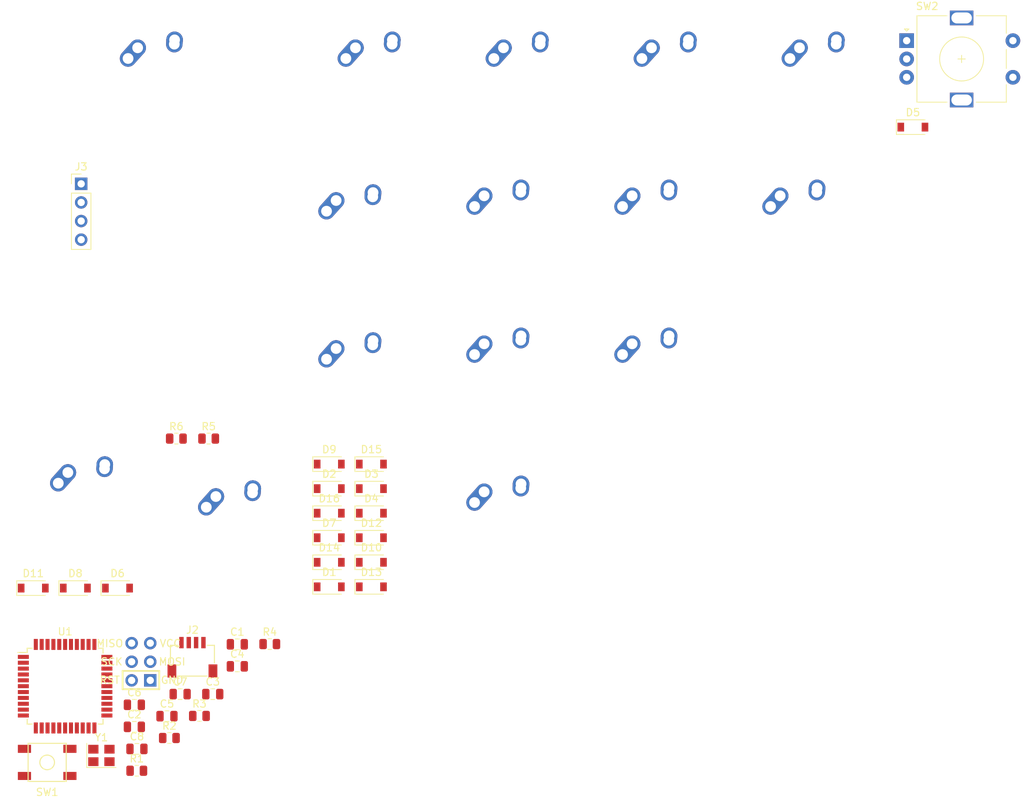
<source format=kicad_pcb>
(kicad_pcb (version 20211014) (generator pcbnew)
  (layers (0 "F.Cu" signal) (31 "B.Cu" signal) (34 "B.Paste" user) (35 "F.Paste" user) (36 "B.SilkS" user "B.Silkscreen") (37 "F.SilkS" user "F.Silkscreen") (38 "B.Mask" user) (39 "F.Mask" user) (44 "Edge.Cuts" user))
  (net 0 "")
  (net 1 "XTAL1")
  (net 2 "GND")
  (net 3 "XTAL2")
  (net 4 "+5V")
  (net 5 "Net-(C6-Pad1)")
  (net 6 "ROW0")
  (net 7 "Net-(D1-Pad2)")
  (net 8 "ROW1")
  (net 9 "Net-(D2-Pad2)")
  (net 10 "ROW2")
  (net 11 "Net-(D3-Pad2)")
  (net 12 "ROW3")
  (net 13 "Net-(D4-Pad2)")
  (net 14 "Net-(D5-Pad2)")
  (net 15 "Net-(D6-Pad2)")
  (net 16 "Net-(D7-Pad2)")
  (net 17 "Net-(D8-Pad2)")
  (net 18 "Net-(D9-Pad2)")
  (net 19 "Net-(D10-Pad2)")
  (net 20 "Net-(D11-Pad2)")
  (net 21 "Net-(D12-Pad2)")
  (net 22 "Net-(D13-Pad2)")
  (net 23 "Net-(D14-Pad2)")
  (net 24 "Net-(D15-Pad2)")
  (net 25 "Net-(D16-Pad2)")
  (net 26 "MISO")
  (net 27 "SCK")
  (net 28 "MOSI")
  (net 29 "RESET")
  (net 30 "D+")
  (net 31 "D-")
  (net 32 "OLED1")
  (net 33 "OLED2")
  (net 34 "COL0")
  (net 35 "COL1")
  (net 36 "COL2")
  (net 37 "COL3")
  (net 38 "Net-(R2-Pad1)")
  (net 39 "Net-(R3-Pad1)")
  (net 40 "Net-(R4-Pad2)")
  (net 41 "CLK")
  (net 42 "DT")
  (footprint "Resistor_SMD:R_0805_2012Metric" (layer "F.Cu") (at 122.338 144.527)
    (fp_text reference "R3" (at 0 -1.65) (layer "F.SilkS"))
    (fp_text value "22")
    (fp_line (start -0.227064 0.735) (end 0.227064 0.735) (layer "F.SilkS") (width 0.12))
    (fp_line (start -0.227064 -0.735) (end 0.227064 -0.735) (layer "F.SilkS") (width 0.12))
    (pad "1" smd roundrect (at -0.9125 0) (size 1.025 1.4) (layers "F.Cu" "F.Paste" "F.Mask") (roundrect_rratio 0.243902) (net 39 "Net-(R3-Pad1)"))
    (pad "2" smd roundrect (at 0.9125 0) (size 1.025 1.4) (layers "F.Cu" "F.Paste" "F.Mask") (roundrect_rratio 0.243902) (net 30 "D+"))
  )
  (footprint "Diode_SMD:D_SOD-123" (layer "F.Cu") (at 145.808 113.507)
    (fp_text reference "D3" (at 0 -2) (layer "F.SilkS"))
    (fp_text value "D_Small")
    (fp_line (start -2.25 -1) (end 1.65 -1) (layer "F.SilkS") (width 0.12))
    (fp_line (start -2.25 1) (end 1.65 1) (layer "F.SilkS") (width 0.12))
    (fp_line (start -2.25 -1) (end -2.25 1) (layer "F.SilkS") (width 0.12))
    (pad "1" smd rect (at -1.65 0) (size 0.9 1.2) (layers "F.Cu" "F.Paste" "F.Mask") (net 10 "ROW2"))
    (pad "2" smd rect (at 1.65 0) (size 0.9 1.2) (layers "F.Cu" "F.Paste" "F.Mask") (net 11 "Net-(D3-Pad2)"))
  )
  (footprint "Diode_SMD:D_SOD-123" (layer "F.Cu") (at 145.808 116.857)
    (fp_text reference "D4" (at 0 -2) (layer "F.SilkS"))
    (fp_text value "D_Small")
    (fp_line (start -2.25 -1) (end 1.65 -1) (layer "F.SilkS") (width 0.12))
    (fp_line (start -2.25 -1) (end -2.25 1) (layer "F.SilkS") (width 0.12))
    (fp_line (start -2.25 1) (end 1.65 1) (layer "F.SilkS") (width 0.12))
    (pad "1" smd rect (at -1.65 0) (size 0.9 1.2) (layers "F.Cu" "F.Paste" "F.Mask") (net 12 "ROW3"))
    (pad "2" smd rect (at 1.65 0) (size 0.9 1.2) (layers "F.Cu" "F.Paste" "F.Mask") (net 13 "Net-(D4-Pad2)"))
  )
  (footprint "random-keyboard-parts:Reset_Pretty-Mask" (layer "F.Cu") (at 114.358 137.132)
    (fp_text reference "J1")
    (fp_text value "AVR-ISP-6")
    (fp_text user "SCK" (at -4 0) (layer "F.SilkS"))
    (fp_text user "MOSI" (at 4.25 0) (layer "F.SilkS"))
    (fp_text user "VCC" (at 4 -2.5) (layer "F.SilkS"))
    (fp_text user "RST" (at -4.25 2.5) (layer "F.SilkS"))
    (fp_text user "MISO" (at -4.25 -2.5) (layer "F.SilkS"))
    (fp_text user "GND" (at 4.25 2.5) (layer "F.SilkS"))
    (fp_line (start -2.5 1.25) (end 2.5 1.25) (layer "F.SilkS") (width 0.25))
    (fp_line (start 2.5 1.25) (end 2.5 3.75) (layer "F.SilkS") (width 0.25))
    (fp_line (start -2.5 3.75) (end -2.5 1.25) (layer "F.SilkS") (width 0.25))
    (fp_line (start 2.5 3.75) (end -2.5 3.75) (layer "F.SilkS") (width 0.25))
    (pad "1" thru_hole circle locked (at -1.27 -2.54) (size 1.7 1.7) (drill 1) (layers *.Cu "F.Mask") (net 26 "MISO"))
    (pad "2" thru_hole circle locked (at 1.27 -2.54) (size 1.7 1.7) (drill 1) (layers *.Cu "F.Mask") (net 4 "+5V"))
    (pad "3" thru_hole circle locked (at -1.27 0) (size 1.7 1.7) (drill 1) (layers *.Cu "F.Mask") (net 27 "SCK"))
    (pad "4" thru_hole circle locked (at 1.27 0) (size 1.7 1.7) (drill 1) (layers *.Cu "F.Mask") (net 28 "MOSI"))
    (pad "5" thru_hole circle locked (at -1.27 2.54) (size 1.7 1.7) (drill 1) (layers *.Cu "F.Mask") (net 29 "RESET"))
    (pad "6" thru_hole rect locked (at 1.27 2.54) (size 1.7 1.7) (drill 1) (layers *.Cu "F.Mask") (net 2 "GND"))
  )
  (footprint "MX_Alps_Hybrid:MX-1U-NoLED" (layer "F.Cu") (at 183.893 77.542)
    (fp_text reference "MX14")
    (fp_text value "#4b")
    (pad "" np_thru_hole circle locked (at 0 0) (size 3.9878 3.9878) (drill 3.9878) (layers *.Cu *.Mask))
    (pad "" np_thru_hole circle locked (at 5.08 0 48.0996) (size 1.75 1.75) (drill 1.75) (layers *.Cu *.Mask))
    (pad "" np_thru_hole circle locked (at -5.08 0 48.0996) (size 1.75 1.75) (drill 1.75) (layers *.Cu *.Mask))
    (pad "1" thru_hole oval locked (at -3.81 -2.54 48.0996) (size 4.211556 2.25) (drill 1.47 (offset 0.980778 0)) (layers *.Cu "B.Mask") (net 37 "COL3"))
    (pad "1" thru_hole circle locked (at -2.5 -4) (size 2.25 2.25) (drill 1.47) (layers *.Cu "B.Mask") (net 37 "COL3"))
    (pad "2" thru_hole circle locked (at 2.54 -5.08) (size 2.25 2.25) (drill 1.47) (layers *.Cu "B.Mask") (net 23 "Net-(D14-Pad2)"))
    (pad "2" thru_hole oval locked (at 2.5 -4.5 86.0548) (size 2.831378 2.25) (drill 1.47 (offset 0.290689 0)) (layers *.Cu "B.Mask") (net 23 "Net-(D14-Pad2)"))
  )
  (footprint "Capacitor_SMD:C_0805_2012Metric" (layer "F.Cu") (at 127.508 137.757)
    (fp_text reference "C4" (at 0 -1.68) (layer "F.SilkS"))
    (fp_text value "0.1uF")
    (fp_line (start -0.261252 0.735) (end 0.261252 0.735) (layer "F.SilkS") (width 0.12))
    (fp_line (start -0.261252 -0.735) (end 0.261252 -0.735) (layer "F.SilkS") (width 0.12))
    (pad "1" smd roundrect (at -0.95 0) (size 1 1.45) (layers "F.Cu" "F.Paste" "F.Mask") (net 4 "+5V"))
    (pad "2" smd roundrect (at 0.95 0) (size 1 1.45) (layers "F.Cu" "F.Paste" "F.Mask") (net 2 "GND"))
  )
  (footprint "Diode_SMD:D_SOD-123" (layer "F.Cu") (at 105.408 127.077)
    (fp_text reference "D8" (at 0 -2) (layer "F.SilkS"))
    (fp_text value "D_Small")
    (fp_line (start -2.25 1) (end 1.65 1) (layer "F.SilkS") (width 0.12))
    (fp_line (start -2.25 -1) (end -2.25 1) (layer "F.SilkS") (width 0.12))
    (fp_line (start -2.25 -1) (end 1.65 -1) (layer "F.SilkS") (width 0.12))
    (pad "1" smd rect (at -1.65 0) (size 0.9 1.2) (layers "F.Cu" "F.Paste" "F.Mask") (net 12 "ROW3"))
    (pad "2" smd rect (at 1.65 0) (size 0.9 1.2) (layers "F.Cu" "F.Paste" "F.Mask") (net 17 "Net-(D8-Pad2)"))
  )
  (footprint "MX_Alps_Hybrid:MX-1U-NoLED" (layer "F.Cu") (at 163.693 77.542)
    (fp_text reference "MX1")
    (fp_text value "#1")
    (pad "" np_thru_hole circle locked (at 5.08 0 48.0996) (size 1.75 1.75) (drill 1.75) (layers *.Cu *.Mask))
    (pad "" np_thru_hole circle locked (at 0 0) (size 3.9878 3.9878) (drill 3.9878) (layers *.Cu *.Mask))
    (pad "" np_thru_hole circle locked (at -5.08 0 48.0996) (size 1.75 1.75) (drill 1.75) (layers *.Cu *.Mask))
    (pad "1" thru_hole circle locked (at -2.5 -4) (size 2.25 2.25) (drill 1.47) (layers *.Cu "B.Mask") (net 34 "COL0"))
    (pad "1" thru_hole oval locked (at -3.81 -2.54 48.0996) (size 4.211556 2.25) (drill 1.47 (offset 0.980778 0)) (layers *.Cu "B.Mask") (net 34 "COL0"))
    (pad "2" thru_hole circle locked (at 2.54 -5.08) (size 2.25 2.25) (drill 1.47) (layers *.Cu "B.Mask") (net 7 "Net-(D1-Pad2)"))
    (pad "2" thru_hole oval locked (at 2.5 -4.5 86.0548) (size 2.831378 2.25) (drill 1.47 (offset 0.290689 0)) (layers *.Cu "B.Mask") (net 7 "Net-(D1-Pad2)"))
  )
  (footprint "MX_Alps_Hybrid:MX-1U-NoLED" (layer "F.Cu") (at 143.493 98.382)
    (fp_text reference "MX7")
    (fp_text value "#2c")
    (pad "" np_thru_hole circle locked (at -5.08 0 48.0996) (size 1.75 1.75) (drill 1.75) (layers *.Cu *.Mask))
    (pad "" np_thru_hole circle locked (at 0 0) (size 3.9878 3.9878) (drill 3.9878) (layers *.Cu *.Mask))
    (pad "" np_thru_hole circle locked (at 5.08 0 48.0996) (size 1.75 1.75) (drill 1.75) (layers *.Cu *.Mask))
    (pad "1" thru_hole circle locked (at -2.5 -4) (size 2.25 2.25) (drill 1.47) (layers *.Cu "B.Mask") (net 35 "COL1"))
    (pad "1" thru_hole oval locked (at -3.81 -2.54 48.0996) (size 4.211556 2.25) (drill 1.47 (offset 0.980778 0)) (layers *.Cu "B.Mask") (net 35 "COL1"))
    (pad "2" thru_hole circle locked (at 2.54 -5.08) (size 2.25 2.25) (drill 1.47) (layers *.Cu "B.Mask") (net 16 "Net-(D7-Pad2)"))
    (pad "2" thru_hole oval locked (at 2.5 -4.5 86.0548) (size 2.831378 2.25) (drill 1.47 (offset 0.290689 0)) (layers *.Cu "B.Mask") (net 16 "Net-(D7-Pad2)"))
  )
  (footprint "MX_Alps_Hybrid:MX-1U-NoLED" (layer "F.Cu") (at 163.693 97.742)
    (fp_text reference "MX13")
    (fp_text value "#4")
    (pad "" np_thru_hole circle locked (at -5.08 0 48.0996) (size 1.75 1.75) (drill 1.75) (layers *.Cu *.Mask))
    (pad "" np_thru_hole circle locked (at 0 0) (size 3.9878 3.9878) (drill 3.9878) (layers *.Cu *.Mask))
    (pad "" np_thru_hole circle locked (at 5.08 0 48.0996) (size 1.75 1.75) (drill 1.75) (layers *.Cu *.Mask))
    (pad "1" thru_hole circle locked (at -2.5 -4) (size 2.25 2.25) (drill 1.47) (layers *.Cu "B.Mask") (net 37 "COL3"))
    (pad "1" thru_hole oval locked (at -3.81 -2.54 48.0996) (size 4.211556 2.25) (drill 1.47 (offset 0.980778 0)) (layers *.Cu "B.Mask") (net 37 "COL3"))
    (pad "2" thru_hole circle locked (at 2.54 -5.08) (size 2.25 2.25) (drill 1.47) (layers *.Cu "B.Mask") (net 22 "Net-(D13-Pad2)"))
    (pad "2" thru_hole oval locked (at 2.5 -4.5 86.0548) (size 2.831378 2.25) (drill 1.47 (offset 0.290689 0)) (layers *.Cu "B.Mask") (net 22 "Net-(D13-Pad2)"))
  )
  (footprint "Package_QFP:TQFP-44_10x10mm_P0.8mm" (layer "F.Cu") (at 104.008 140.467)
    (fp_text reference "U1" (at 0 -7.45) (layer "F.SilkS"))
    (fp_text value "ATmega32U4-A")
    (fp_line (start 5.175 5.175) (end 5.175 4.5) (layer "F.SilkS") (width 0.15))
    (fp_line (start -5.175 5.175) (end -4.5 5.175) (layer "F.SilkS") (width 0.15))
    (fp_line (start -5.175 5.175) (end -5.175 4.5) (layer "F.SilkS") (width 0.15))
    (fp_line (start -5.175 -5.175) (end -5.175 -4.6) (layer "F.SilkS") (width 0.15))
    (fp_line (start -5.175 -4.6) (end -6.45 -4.6) (layer "F.SilkS") (width 0.15))
    (fp_line (start 5.175 -5.175) (end 4.5 -5.175) (layer "F.SilkS") (width 0.15))
    (fp_line (start -5.175 -5.175) (end -4.5 -5.175) (layer "F.SilkS") (width 0.15))
    (fp_line (start 5.175 5.175) (end 4.5 5.175) (layer "F.SilkS") (width 0.15))
    (fp_line (start 5.175 -5.175) (end 5.175 -4.5) (layer "F.SilkS") (width 0.15))
    (pad "1" smd rect (at -5.7 -4) (size 1.5 0.55) (layers "F.Cu" "F.Paste" "F.Mask"))
    (pad "2" smd rect (at -5.7 -3.2) (size 1.5 0.55) (layers "F.Cu" "F.Paste" "F.Mask") (net 4 "+5V"))
    (pad "3" smd rect (at -5.7 -2.4) (size 1.5 0.55) (layers "F.Cu" "F.Paste" "F.Mask") (net 38 "Net-(R2-Pad1)"))
    (pad "4" smd rect (at -5.7 -1.6) (size 1.5 0.55) (layers "F.Cu" "F.Paste" "F.Mask") (net 39 "Net-(R3-Pad1)"))
    (pad "5" smd rect (at -5.7 -0.8) (size 1.5 0.55) (layers "F.Cu" "F.Paste" "F.Mask") (net 2 "GND"))
    (pad "6" smd rect (at -5.7 0) (size 1.5 0.55) (layers "F.Cu" "F.Paste" "F.Mask") (net 5 "Net-(C6-Pad1)"))
    (pad "7" smd rect (at -5.7 0.8) (size 1.5 0.55) (layers "F.Cu" "F.Paste" "F.Mask") (net 4 "+5V"))
    (pad "8" smd rect (at -5.7 1.6) (size 1.5 0.55) (layers "F.Cu" "F.Paste" "F.Mask") (net 34 "COL0"))
    (pad "9" smd rect (at -5.7 2.4) (size 1.5 0.55) (layers "F.Cu" "F.Paste" "F.Mask") (net 27 "SCK"))
    (pad "10" smd rect (at -5.7 3.2) (size 1.5 0.55) (layers "F.Cu" "F.Paste" "F.Mask") (net 28 "MOSI"))
    (pad "11" smd rect (at -5.7 4) (size 1.5 0.55) (layers "F.Cu" "F.Paste" "F.Mask") (net 26 "MISO"))
    (pad "12" smd rect (at -4 5.7 90) (size 1.5 0.55) (layers "F.Cu" "F.Paste" "F.Mask") (net 33 "OLED2"))
    (pad "13" smd rect (at -3.2 5.7 90) (size 1.5 0.55) (layers "F.Cu" "F.Paste" "F.Mask") (net 29 "RESET"))
    (pad "14" smd rect (at -2.4 5.7 90) (size 1.5 0.55) (layers "F.Cu" "F.Paste" "F.Mask") (net 4 "+5V"))
    (pad "15" smd rect (at -1.6 5.7 90) (size 1.5 0.55) (layers "F.Cu" "F.Paste" "F.Mask") (net 2 "GND"))
    (pad "16" smd rect (at -0.8 5.7 90) (size 1.5 0.55) (layers "F.Cu" "F.Paste" "F.Mask") (net 3 "XTAL2"))
    (pad "17" smd rect (at 0 5.7 90) (size 1.5 0.55) (layers "F.Cu" "F.Paste" "F.Mask") (net 1 "XTAL1"))
    (pad "18" smd rect (at 0.8 5.7 90) (size 1.5 0.55) (layers "F.Cu" "F.Paste" "F.Mask") (net 6 "ROW0"))
    (pad "19" smd rect (at 1.6 5.7 90) (size 1.5 0.55) (layers "F.Cu" "F.Paste" "F.Mask") (net 8 "ROW1"))
    (pad "20" smd rect (at 2.4 5.7 90) (size 1.5 0.55) (layers "F.Cu" "F.Paste" "F.Mask") (net 10 "ROW2"))
    (pad "21" smd rect (at 3.2 5.7 90) (size 1.5 0.55) (layers "F.Cu" "F.Paste" "F.Mask") (net 12 "ROW3"))
    (pad "22" smd rect (at 4 5.7 90) (size 1.5 0.55) (layers "F.Cu" "F.Paste" "F.Mask"))
    (pad "23" smd rect (at 5.7 4) (size 1.5 0.55) (layers "F.Cu" "F.Paste" "F.Mask") (net 2 "GND"))
    (pad "24" smd rect (at 5.7 3.2) (size 1.5 0.55) (layers "F.Cu" "F.Paste" "F.Mask") (net 4 "+5V"))
    (pad "25" smd rect (at 5.7 2.4) (size 1.5 0.55) (layers "F.Cu" "F.Paste" "F.Mask"))
    (pad "26" smd rect (at 5.7 1.6) (size 1.5 0.55) (layers "F.Cu" "F.Paste" "F.Mask"))
    (pad "27" smd rect (at 5.7 0.8) (size 1.5 0.55) (layers "F.Cu" "F.Paste" "F.Mask"))
    (pad "28" smd rect (at 5.7 0) (size 1.5 0.55) (layers "F.Cu" "F.Paste" "F.Mask") (net 42 "DT"))
    (pad "29" smd rect (at 5.7 -0.8) (size 1.5 0.55) (layers "F.Cu" "F.Paste" "F.Mask") (net 41 "CLK"))
    (pad "30" smd rect (at 5.7 -1.6) (size 1.5 0.55) (layers "F.Cu" "F.Paste" "F.Mask") (net 32 "OLED1"))
    (pad "31" smd rect (at 5.7 -2.4) (size 1.5 0.55) (layers "F.Cu" "F.Paste" "F.Mask") (net 36 "COL2"))
    (pad "32" smd rect (at 5.7 -3.2) (size 1.5 0.55) (layers "F.Cu" "F.Paste" "F.Mask") (net 37 "COL3"))
    (pad "33" smd rect (at 5.7 -4) (size 1.5 0.55) (layers "F.Cu" "F.Paste" "F.Mask") (net 40 "Net-(R4-Pad2)"))
    (pad "34" smd rect (at 4 -5.7 90) (size 1.5 0.55) (layers "F.Cu" "F.Paste" "F.Mask") (net 4 "+5V"))
    (pad "35" smd rect (at 3.2 -5.7 90) (size 1.5 0.55) (layers "F.Cu" "F.Paste" "F.Mask") (net 2 "GND"))
    (pad "36" smd rect (at 2.4 -5.7 90) (size 1.5 0.55) (layers "F.Cu" "F.Paste" "F.Mask") (net 35 "COL1"))
    (pad "37" smd rect (at 1.6 -5.7 90) (size 1.5 0.55) (layers "F.Cu" "F.Paste" "F.Mask"))
    (pad "38" smd rect (at 0.8 -5.7 90) (size 1.5 0.55) (layers "F.Cu" "F.Paste" "F.Mask"))
    (pad "39" smd rect (at 0 -5.7 90) (size 1.5 0.55) (layers "F.Cu" "F.Paste" "F.Mask"))
    (pad "40" smd rect (at -0.8 -5.7 90) (size 1.5 0.55) (layers "F.Cu" "F.Paste" "F.Mask"))
    (pad "41" smd rect (at -1.6 -5.7 90) (size 1.5 0.55) (layers "F.Cu" "F.Paste" "F.Mask"))
    (pad "42" smd rect (at -2.4 -5.7 90) (size 1.5 0.55) (layers "F.Cu" "F.Paste" "F.Mask"))
    (pad "43" smd rect (at -3.2 -5.7 90) (size 1.5 0.55) (layers "F.Cu" "F.Paste" "F.Mask") (net 2 "GND"))
    (pad "44" smd rect (at -4 -5.7 90) (size 1.5 0.55) (layers "F.Cu" "F.Paste" "F.Mask") (net 4 "+5V"))
  )
  (footprint "Resistor_SMD:R_0805_2012Metric" (layer "F.Cu") (at 131.938 134.717)
    (fp_text reference "R4" (at 0 -1.65) (layer "F.SilkS"))
    (fp_text value "10k")
    (fp_line (start -0.227064 -0.735) (end 0.227064 -0.735) (layer "F.SilkS") (width 0.12))
    (fp_line (start -0.227064 0.735) (end 0.227064 0.735) (layer "F.SilkS") (width 0.12))
    (pad "1" smd roundrect (at -0.9125 0) (size 1.025 1.4) (layers "F.Cu" "F.Paste" "F.Mask") (roundrect_rratio 0.243902) (net 2 "GND"))
    (pad "2" smd roundrect (at 0.9125 0) (size 1.025 1.4) (layers "F.Cu" "F.Paste" "F.Mask") (roundrect_rratio 0.243902) (net 40 "Net-(R4-Pad2)"))
  )
  (footprint "Resistor_SMD:R_0805_2012Metric" (layer "F.Cu") (at 118.238 147.537)
    (fp_text reference "R2" (at 0 -1.65) (layer "F.SilkS"))
    (fp_text value "22")
    (fp_line (start -0.227064 -0.735) (end 0.227064 -0.735) (layer "F.SilkS") (width 0.12))
    (fp_line (start -0.227064 0.735) (end 0.227064 0.735) (layer "F.SilkS") (width 0.12))
    (pad "1" smd roundrect (at -0.9125 0) (size 1.025 1.4) (layers "F.Cu" "F.Paste" "F.Mask") (roundrect_rratio 0.243902) (net 38 "Net-(R2-Pad1)"))
    (pad "2" smd roundrect (at 0.9125 0) (size 1.025 1.4) (layers "F.Cu" "F.Paste" "F.Mask") (roundrect_rratio 0.243902) (net 31 "D-"))
  )
  (footprint "MX_Alps_Hybrid:MX-1U-NoLED" (layer "F.Cu") (at 163.693 117.942)
    (fp_text reference "MX8")
    (fp_text value "#2d")
    (pad "" np_thru_hole circle locked (at 0 0) (size 3.9878 3.9878) (drill 3.9878) (layers *.Cu *.Mask))
    (pad "" np_thru_hole circle locked (at 5.08 0 48.0996) (size 1.75 1.75) (drill 1.75) (layers *.Cu *.Mask))
    (pad "" np_thru_hole circle locked (at -5.08 0 48.0996) (size 1.75 1.75) (drill 1.75) (layers *.Cu *.Mask))
    (pad "1" thru_hole circle locked (at -2.5 -4) (size 2.25 2.25) (drill 1.47) (layers *.Cu "B.Mask") (net 35 "COL1"))
    (pad "1" thru_hole oval locked (at -3.81 -2.54 48.0996) (size 4.211556 2.25) (drill 1.47 (offset 0.980778 0)) (layers *.Cu "B.Mask") (net 35 "COL1"))
    (pad "2" thru_hole oval locked (at 2.5 -4.5 86.0548) (size 2.831378 2.25) (drill 1.47 (offset 0.290689 0)) (layers *.Cu "B.Mask") (net 17 "Net-(D8-Pad2)"))
    (pad "2" thru_hole circle locked (at 2.54 -5.08) (size 2.25 2.25) (drill 1.47) (layers *.Cu "B.Mask") (net 17 "Net-(D8-Pad2)"))
  )
  (footprint "Diode_SMD:D_SOD-123" (layer "F.Cu") (at 145.808 110.157)
    (fp_text reference "D15" (at 0 -2) (layer "F.SilkS"))
    (fp_text value "D_Small")
    (fp_line (start -2.25 1) (end 1.65 1) (layer "F.SilkS") (width 0.12))
    (fp_line (start -2.25 -1) (end 1.65 -1) (layer "F.SilkS") (width 0.12))
    (fp_line (start -2.25 -1) (end -2.25 1) (layer "F.SilkS") (width 0.12))
    (pad "1" smd rect (at -1.65 0) (size 0.9 1.2) (layers "F.Cu" "F.Paste" "F.Mask") (net 12 "ROW3"))
    (pad "2" smd rect (at 1.65 0) (size 0.9 1.2) (layers "F.Cu" "F.Paste" "F.Mask") (net 24 "Net-(D15-Pad2)"))
  )
  (footprint "MX_Alps_Hybrid:MX-1U-NoLED" (layer "F.Cu") (at 146.133 57.342)
    (fp_text reference "MX10")
    (fp_text value "#3b")
    (pad "" np_thru_hole circle locked (at 5.08 0 48.0996) (size 1.75 1.75) (drill 1.75) (layers *.Cu *.Mask))
    (pad "" np_thru_hole circle locked (at -5.08 0 48.0996) (size 1.75 1.75) (drill 1.75) (layers *.Cu *.Mask))
    (pad "" np_thru_hole circle locked (at 0 0) (size 3.9878 3.9878) (drill 3.9878) (layers *.Cu *.Mask))
    (pad "1" thru_hole oval locked (at -3.81 -2.54 48.0996) (size 4.211556 2.25) (drill 1.47 (offset 0.980778 0)) (layers *.Cu "B.Mask") (net 36 "COL2"))
    (pad "1" thru_hole circle locked (at -2.5 -4) (size 2.25 2.25) (drill 1.47) (layers *.Cu "B.Mask") (net 36 "COL2"))
    (pad "2" thru_hole oval locked (at 2.5 -4.5 86.0548) (size 2.831378 2.25) (drill 1.47 (offset 0.290689 0)) (layers *.Cu "B.Mask") (net 19 "Net-(D10-Pad2)"))
    (pad "2" thru_hole circle locked (at 2.54 -5.08) (size 2.25 2.25) (drill 1.47) (layers *.Cu "B.Mask") (net 19 "Net-(D10-Pad2)"))
  )
  (footprint "Diode_SMD:D_SOD-123" (layer "F.Cu") (at 140.058 116.857)
    (fp_text reference "D16" (at 0 -2) (layer "F.SilkS"))
    (fp_text value "D_Small")
    (fp_line (start -2.25 -1) (end 1.65 -1) (layer "F.SilkS") (width 0.12))
    (fp_line (start -2.25 1) (end 1.65 1) (layer "F.SilkS") (width 0.12))
    (fp_line (start -2.25 -1) (end -2.25 1) (layer "F.SilkS") (width 0.12))
    (pad "1" smd rect (at -1.65 0) (size 0.9 1.2) (layers "F.Cu" "F.Paste" "F.Mask") (net 10 "ROW2"))
    (pad "2" smd rect (at 1.65 0) (size 0.9 1.2) (layers "F.Cu" "F.Paste" "F.Mask") (net 25 "Net-(D16-Pad2)"))
  )
  (footprint "random-keyboard-parts:JST-SR-4" (layer "F.Cu") (at 121.383 139.292)
    (fp_text reference "J2" (at 0 -6.5) (layer "F.SilkS"))
    (fp_text value "Conn_01x04")
    (fp_line (start 2 -0.2) (end -2 -0.2) (layer "F.SilkS") (width 0.15))
    (fp_line (start -3 -4.4) (end -2 -4.4) (layer "F.SilkS") (width 0.15))
    (fp_line (start 2 -4.4) (end 3 -4.4) (layer "F.SilkS") (width 0.15))
    (fp_line (start -3 -2) (end -3 -4.4) (layer "F.SilkS") (width 0.15))
    (fp_line (start 3 -4.4) (end 3 -2) (layer "F.SilkS") (width 0.15))
    (pad "" smd rect locked (at -2.8 -0.9) (size 1.2 1.8) (layers "F.Cu" "F.Paste" "F.Mask"))
    (pad "" smd rect locked (at 2.8 -0.9) (size 1.2 1.8) (layers "F.Cu" "F.Paste" "F.Mask"))
    (pad "1" smd rect locked (at -1.5 -4.775) (size 0.6 1.55) (layers "F.Cu" "F.Paste" "F.Mask") (net 4 "+5V"))
    (pad "2" smd rect locked (at -0.5 -4.775) (size 0.6 1.55) (layers "F.Cu" "F.Paste" "F.Mask") (net 31 "D-"))
    (pad "3" smd rect locked (at 0.5 -4.775) (size 0.6 1.55) (layers "F.Cu" "F.Paste" "F.Mask") (net 30 "D+"))
    (pad "4" smd rect locked (at 1.5 -4.775) (size 0.6 1.55) (layers "F.Cu" "F.Paste" "F.Mask") (net 2 "GND"))
  )
  (footprint "Capacitor_SMD:C_0805_2012Metric" (layer "F.Cu") (at 124.158 141.547)
    (fp_text reference "C3" (at 0 -1.68) (layer "F.SilkS"))
    (fp_text value "0.1uF")
    (fp_line (start -0.261252 0.735) (end 0.261252 0.735) (layer "F.SilkS") (width 0.12))
    (fp_line (start -0.261252 -0.735) (end 0.261252 -0.735) (layer "F.SilkS") (width 0.12))
    (pad "1" smd roundrect (at -0.95 0) (size 1 1.45) (layers "F.Cu" "F.Paste" "F.Mask") (net 4 "+5V"))
    (pad "2" smd roundrect (at 0.95 0) (size 1 1.45) (layers "F.Cu" "F.Paste" "F.Mask") (net 2 "GND"))
  )
  (footprint "Resistor_SMD:R_0805_2012Metric" (layer "F.Cu") (at 119.188 106.677)
    (fp_text reference "R6" (at 0 -1.65) (layer "F.SilkS"))
    (fp_text value "10K")
    (fp_line (start -0.227064 0.735) (end 0.227064 0.735) (layer "F.SilkS") (width 0.12))
    (fp_line (start -0.227064 -0.735) (end 0.227064 -0.735) (layer "F.SilkS") (width 0.12))
    (pad "1" smd roundrect (at -0.9125 0) (size 1.025 1.4) (layers "F.Cu" "F.Paste" "F.Mask") (roundrect_rratio 0.243902) (net 42 "DT"))
    (pad "2" smd roundrect (at 0.9125 0) (size 1.025 1.4) (layers "F.Cu" "F.Paste" "F.Mask") (roundrect_rratio 0.243902) (net 4 "+5V"))
  )
  (footprint "Diode_SMD:D_SOD-123" (layer "F.Cu") (at 140.058 123.557)
    (fp_text reference "D14" (at 0 -2) (layer "F.SilkS"))
    (fp_text value "D_Small")
    (fp_line (start -2.25 1) (end 1.65 1) (layer "F.SilkS") (width 0.12))
    (fp_line (start -2.25 -1) (end -2.25 1) (layer "F.SilkS") (width 0.12))
    (fp_line (start -2.25 -1) (end 1.65 -1) (layer "F.SilkS") (width 0.12))
    (pad "1" smd rect (at -1.65 0) (size 0.9 1.2) (layers "F.Cu" "F.Paste" "F.Mask") (net 8 "ROW1"))
    (pad "2" smd rect (at 1.65 0) (size 0.9 1.2) (layers "F.Cu" "F.Paste" "F.Mask") (net 23 "Net-(D14-Pad2)"))
  )
  (footprint "Diode_SMD:D_SOD-123" (layer "F.Cu") (at 145.808 123.557)
    (fp_text reference "D10" (at 0 -2) (layer "F.SilkS"))
    (fp_text value "D_Small")
    (fp_line (start -2.25 -1) (end -2.25 1) (layer "F.SilkS") (width 0.12))
    (fp_line (start -2.25 1) (end 1.65 1) (layer "F.SilkS") (width 0.12))
    (fp_line (start -2.25 -1) (end 1.65 -1) (layer "F.SilkS") (width 0.12))
    (pad "1" smd rect (at -1.65 0) (size 0.9 1.2) (layers "F.Cu" "F.Paste" "F.Mask") (net 8 "ROW1"))
    (pad "2" smd rect (at 1.65 0) (size 0.9 1.2) (layers "F.Cu" "F.Paste" "F.Mask") (net 19 "Net-(D10-Pad2)"))
  )
  (footprint "Resistor_SMD:R_0805_2012Metric" (layer "F.Cu") (at 113.788 152.007)
    (fp_text reference "R1" (at 0 -1.65) (layer "F.SilkS"))
    (fp_text value "10k")
    (fp_line (start -0.227064 -0.735) (end 0.227064 -0.735) (layer "F.SilkS") (width 0.12))
    (fp_line (start -0.227064 0.735) (end 0.227064 0.735) (layer "F.SilkS") (width 0.12))
    (pad "1" smd roundrect (at -0.9125 0) (size 1.025 1.4) (layers "F.Cu" "F.Paste" "F.Mask") (roundrect_rratio 0.243902) (net 4 "+5V"))
    (pad "2" smd roundrect (at 0.9125 0) (size 1.025 1.4) (layers "F.Cu" "F.Paste" "F.Mask") (roundrect_rratio 0.243902) (net 29 "RESET"))
  )
  (footprint "random-keyboard-parts:SKQG-1155865" (layer "F.Cu") (at 101.558 150.867)
    (fp_text reference "SW1" (at 0 4.064) (layer "F.SilkS"))
    (fp_text value "SW_Push")
    (fp_line (start -2.6 -2.6) (end 2.6 -2.6) (layer "F.SilkS") (width 0.15))
    (fp_line (start 2.6 -2.6) (end 2.6 2.6) (layer "F.SilkS") (width 0.15))
    (fp_line (start 2.6 2.6) (end -2.6 2.6) (layer "F.SilkS") (width 0.15))
    (fp_line (start -2.6 2.6) (end -2.6 -2.6) (layer "F.SilkS") (width 0.15))
    (fp_circle (center 0 0) (end 1 0) (layer "F.SilkS") (width 0.15) (fill none))
    (pad "1" smd rect locked (at 3.1 1.85) (size 1.8 1.1) (layers "F.Cu" "F.Paste" "F.Mask") (net 2 "GND"))
    (pad "2" smd rect locked (at -3.1 -1.85) (size 1.8 1.1) (layers "F.Cu" "F.Paste" "F.Mask") (net 29 "RESET"))
    (pad "3" smd rect locked (at 3.1 -1.85) (size 1.8 1.1) (layers "F.Cu" "F.Paste" "F.Mask"))
    (pad "4" smd rect locked (at -3.1 1.85) (size 1.8 1.1) (layers "F.Cu" "F.Paste" "F.Mask"))
  )
  (footprint "Diode_SMD:D_SOD-123" (layer "F.Cu") (at 111.158 127.077)
    (fp_text reference "D6" (at 0 -2) (layer "F.SilkS"))
    (fp_text value "D_Small")
    (fp_line (start -2.25 -1) (end -2.25 1) (layer "F.SilkS") (width 0.12))
    (fp_line (start -2.25 -1) (end 1.65 -1) (layer "F.SilkS") (width 0.12))
    (fp_line (start -2.25 1) (end 1.65 1) (layer "F.SilkS") (width 0.12))
    (pad "1" smd rect (at -1.65 0) (size 0.9 1.2) (layers "F.Cu" "F.Paste" "F.Mask") (net 8 "ROW1"))
    (pad "2" smd rect (at 1.65 0) (size 0.9 1.2) (layers "F.Cu" "F.Paste" "F.Mask") (net 15 "Net-(D6-Pad2)"))
  )
  (footprint "Capacitor_SMD:C_0805_2012Metric" (layer "F.Cu") (at 127.508 134.747)
    (fp_text reference "C1" (at 0 -1.68) (layer "F.SilkS"))
    (fp_text value "22pF")
    (fp_line (start -0.261252 -0.735) (end 0.261252 -0.735) (layer "F.SilkS") (width 0.12))
    (fp_line (start -0.261252 0.735) (end 0.261252 0.735) (layer "F.SilkS") (width 0.12))
    (pad "1" smd roundrect (at -0.95 0) (size 1 1.45) (layers "F.Cu" "F.Paste" "F.Mask") (net 1 "XTAL1"))
    (pad "2" smd roundrect (at 0.95 0) (size 1 1.45) (layers "F.Cu" "F.Paste" "F.Mask") (net 2 "GND"))
  )
  (footprint "Diode_SMD:D_SOD-123" (layer "F.Cu") (at 145.808 120.207)
    (fp_text reference "D12" (at 0 -2) (layer "F.SilkS"))
    (fp_text value "D_Small")
    (fp_line (start -2.25 -1) (end -2.25 1) (layer "F.SilkS") (width 0.12))
    (fp_line (start -2.25 -1) (end 1.65 -1) (layer "F.SilkS") (width 0.12))
    (fp_line (start -2.25 1) (end 1.65 1) (layer "F.SilkS") (width 0.12))
    (pad "1" smd rect (at -1.65 0) (size 0.9 1.2) (layers "F.Cu" "F.Paste" "F.Mask") (net 12 "ROW3"))
    (pad "2" smd rect (at 1.65 0) (size 0.9 1.2) (layers "F.Cu" "F.Paste" "F.Mask") (net 21 "Net-(D12-Pad2)"))
  )
  (footprint "MX_Alps_Hybrid:MX-1U-NoLED" (layer "F.Cu") (at 143.493 78.182)
    (fp_text reference "MX2")
    (fp_text value "#1b")
    (pad "" np_thru_hole circle locked (at -5.08 0 48.0996) (size 1.75 1.75) (drill 1.75) (layers *.Cu *.Mask))
    (pad "" np_thru_hole circle locked (at 5.08 0 48.0996) (size 1.75 1.75) (drill 1.75) (layers *.Cu *.Mask))
    (pad "" np_thru_hole circle locked (at 0 0) (size 3.9878 3.9878) (drill 3.9878) (layers *.Cu *.Mask))
    (pad "1" thru_hole oval locked (at -3.81 -2.54 48.0996) (size 4.211556 2.25) (drill 1.47 (offset 0.980778 0)) (layers *.Cu "B.Mask") (net 34 "COL0"))
    (pad "1" thru_hole circle locked (at -2.5 -4) (size 2.25 2.25) (drill 1.47) (layers *.Cu "B.Mask") (net 34 "COL0"))
    (pad "2" thru_hole circle locked (at 2.54 -5.08) (size 2.25 2.25) (drill 1.47) (layers *.Cu "B.Mask") (net 9 "Net-(D2-Pad2)"))
    (pad "2" thru_hole oval locked (at 2.5 -4.5 86.0548) (size 2.831378 2.25) (drill 1.47 (offset 0.290689 0)) (layers *.Cu "B.Mask") (net 9 "Net-(D2-Pad2)"))
  )
  (footprint "Crystal:Crystal_SMD_3225-4Pin_3.2x2.5mm" (layer "F.Cu") (at 108.958 149.917)
    (fp_text reference "Y1" (at 0 -2.45) (layer "F.SilkS"))
    (fp_text value "16MHz")
    (fp_line (start -2 -1.65) (end -2 1.65) (layer "F.SilkS") (width 0.12))
    (fp_line (start -2 1.65) (end 2 1.65) (layer "F.SilkS") (width 0.12))
    (pad "1" smd rect (at -1.1 0.85) (size 1.4 1.2) (layers "F.Cu" "F.Paste" "F.Mask") (net 1 "XTAL1"))
    (pad "2" smd rect (at 1.1 0.85) (size 1.4 1.2) (layers "F.Cu" "F.Paste" "F.Mask") (net 2 "GND"))
    (pad "3" smd rect (at 1.1 -0.85) (size 1.4 1.2) (layers "F.Cu" "F.Paste" "F.Mask") (net 3 "XTAL2"))
    (pad "4" smd rect (at -1.1 -0.85) (size 1.4 1.2) (layers "F.Cu" "F.Paste" "F.Mask") (net 2 "GND"))
  )
  (footprint "Capacitor_SMD:C_0805_2012Metric" (layer "F.Cu") (at 113.458 146.017)
    (fp_text reference "C2" (at 0 -1.68) (layer "F.SilkS"))
    (fp_text value "22pF")
    (fp_line (start -0.261252 -0.735) (end 0.261252 -0.735) (layer "F.SilkS") (width 0.12))
    (fp_line (start -0.261252 0.735) (end 0.261252 0.735) (layer "F.SilkS") (width 0.12))
    (pad "1" smd roundrect (at -0.95 0) (size 1 1.45) (layers "F.Cu" "F.Paste" "F.Mask") (net 3 "XTAL2"))
    (pad "2" smd roundrect (at 0.95 0) (size 1 1.45) (layers "F.Cu" "F.Paste" "F.Mask") (net 2 "GND"))
  )
  (footprint "MX_Alps_Hybrid:MX-1U-NoLED" (layer "F.Cu") (at 206.733 57.342)
    (fp_text reference "MX12")
    (fp_text value "#3d")
    (pad "" np_thru_hole circle locked (at 0 0) (size 3.9878 3.9878) (drill 3.9878) (layers *.Cu *.Mask))
    (pad "" np_thru_hole circle locked (at -5.08 0 48.0996) (size 1.75 1.75) (drill 1.75) (layers *.Cu *.Mask))
    (pad "" np_thru_hole circle locked (at 5.08 0 48.0996) (size 1.75 1.75) (drill 1.75) (layers *.Cu *.Mask))
    (pad "1" thru_hole oval locked (at -3.81 -2.54 48.0996) (size 4.211556 2.25) (drill 1.47 (offset 0.980778 0)) (layers *.Cu "B.Mask") (net 36 "COL2"))
    (pad "1" thru_hole circle locked (at -2.5 -4) (size 2.25 2.25) (drill 1.47) (layers *.Cu "B.Mask") (net 36 "COL2"))
    (pad "2" thru_hole oval locked (at 2.5 -4.5 86.0548) (size 2.831378 2.25) (drill 1.47 (offset 0.290689 0)) (layers *.Cu "B.Mask") (net 21 "Net-(D12-Pad2)"))
    (pad "2" thru_hole circle locked (at 2.54 -5.08) (size 2.25 2.25) (drill 1.47) (layers *.Cu "B.Mask") (net 21 "Net-(D12-Pad2)"))
  )
  (footprint "Diode_SMD:D_SOD-123" (layer "F.Cu") (at 140.058 110.157)
    (fp_text reference "D9" (at 0 -2) (layer "F.SilkS"))
    (fp_text value "D_Small")
    (fp_line (start -2.25 1) (end 1.65 1) (layer "F.SilkS") (width 0.12))
    (fp_line (start -2.25 -1) (end -2.25 1) (layer "F.SilkS") (width 0.12))
    (fp_line (start -2.25 -1) (end 1.65 -1) (layer "F.SilkS") (width 0.12))
    (pad "1" smd rect (at -1.65 0) (size 0.9 1.2) (layers "F.Cu" "F.Paste" "F.Mask") (net 6 "ROW0"))
    (pad "2" smd rect (at 1.65 0) (size 0.9 1.2) (layers "F.Cu" "F.Paste" "F.Mask") (net 18 "Net-(D9-Pad2)"))
  )
  (footprint "Diode_SMD:D_SOD-123" (layer "F.Cu") (at 99.658 127.077)
    (fp_text reference "D11" (at 0 -2) (layer "F.SilkS"))
    (fp_text value "D_Small")
    (fp_line (start -2.25 1) (end 1.65 1) (layer "F.SilkS") (width 0.12))
    (fp_line (start -2.25 -1) (end -2.25 1) (layer "F.SilkS") (width 0.12))
    (fp_line (start -2.25 -1) (end 1.65 -1) (layer "F.SilkS") (width 0.12))
    (pad "1" smd rect (at -1.65 0) (size 0.9 1.2) (layers "F.Cu" "F.Paste" "F.Mask") (net 10 "ROW2"))
    (pad "2" smd rect (at 1.65 0) (size 0.9 1.2) (layers "F.Cu" "F.Paste" "F.Mask") (net 20 "Net-(D11-Pad2)"))
  )
  (footprint "MX_Alps_Hybrid:MX-1U-NoLED" (layer "F.Cu") (at 204.093 77.542)
    (fp_text reference "MX11")
    (fp_text value "#3c")
    (pad "" np_thru_hole circle locked (at -5.08 0 48.0996) (size 1.75 1.75) (drill 1.75) (layers *.Cu *.Mask))
    (pad "" np_thru_hole circle locked (at 0 0) (size 3.9878 3.9878) (drill 3.9878) (layers *.Cu *.Mask))
    (pad "" np_thru_hole circle locked (at 5.08 0 48.0996) (size 1.75 1.75) (drill 1.75) (layers *.Cu *.Mask))
    (pad "1" thru_hole circle locked (at -2.5 -4) (size 2.25 2.25) (drill 1.47) (layers *.Cu "B.Mask") (net 36 "COL2"))
    (pad "1" thru_hole oval locked (at -3.81 -2.54 48.0996) (size 4.211556 2.25) (drill 1.47 (offset 0.980778 0)) (layers *.Cu "B.Mask") (net 36 "COL2"))
    (pad "2" thru_hole oval locked (at 2.5 -4.5 86.0548) (size 2.831378 2.25) (drill 1.47 (offset 0.290689 0)) (layers *.Cu "B.Mask") (net 20 "Net-(D11-Pad2)"))
    (pad "2" thru_hole circle locked (at 2.54 -5.08) (size 2.25 2.25) (drill 1.47) (layers *.Cu "B.Mask") (net 20 "Net-(D11-Pad2)"))
  )
  (footprint "Diode_SMD:D_SOD-123" (layer "F.Cu") (at 219.708 64.167)
    (fp_text reference "D5" (at 0 -2) (layer "F.SilkS"))
    (fp_text value "D_Small")
    (fp_line (start -2.25 1) (end 1.65 1) (layer "F.SilkS") (width 0.12))
    (fp_line (start -2.25 -1) (end 1.65 -1) (layer "F.SilkS") (width 0.12))
    (fp_line (start -2.25 -1) (end -2.25 1) (layer "F.SilkS") (width 0.12))
    (pad "1" smd rect (at -1.65 0) (size 0.9 1.2) (layers "F.Cu" "F.Paste" "F.Mask") (net 6 "ROW0"))
    (pad "2" smd rect (at 1.65 0) (size 0.9 1.2) (layers "F.Cu" "F.Paste" "F.Mask") (net 14 "Net-(D5-Pad2)"))
  )
  (footprint "Rotary_Encoder:RotaryEncoder_Alps_EC11E-Switch_Vertical_H20mm" (layer "F.Cu") (at 218.858 52.367)
    (fp_text reference "SW2" (at 2.8 -4.7) (layer "F.SilkS"))
    (fp_text value "RotaryEncoder_Switch")
    (fp_line (start 9.5 -3.4) (end 13.6 -3.4) (layer "F.SilkS") (width 0.12))
    (fp_line (start 7.5 2) (end 7.5 3) (layer "F.SilkS") (width 0.12))
    (fp_line (start 5.5 -3.4) (end 1.4 -3.4) (layer "F.SilkS") (width 0.12))
    (fp_line (start 13.6 8.4) (end 9.5 8.4) (layer "F.SilkS") (width 0.12))
    (fp_line (start 0 -1.3) (end -0.3 -1.6) (layer "F.SilkS") (width 0.12))
    (fp_line (start 0.3 -1.6) (end 0 -1.3) (layer "F.SilkS") (width 0.12))
    (fp_line (start 13.6 6) (end 13.6 8.4) (layer "F.SilkS") (width 0.12))
    (fp_line (start 13.6 -3.4) (end 13.6 -1) (layer "F.SilkS") (width 0.12))
    (fp_line (start 5.5 8.4) (end 1.4 8.4) (layer "F.SilkS") (width 0.12))
    (fp_line (start -0.3 -1.6) (end 0.3 -1.6) (layer "F.SilkS") (width 0.12))
    (fp_line (start 1.4 -3.4) (end 1.4 8.4) (layer "F.SilkS") (width 0.12))
    (fp_line (start 13.6 1.2) (end 13.6 3.8) (layer "F.SilkS") (width 0.12))
    (fp_line (start 7 2.5) (end 8 2.5) (layer "F.SilkS") (width 0.12))
    (fp_circle (center 7.5 2.5) (end 10.5 2.5) (layer "F.SilkS") (width 0.12) (fill none))
    (pad "A" thru_hole rect (at 0 0) (size 2 2) (drill 1) (layers *.Cu *.Mask) (net 41 "CLK"))
    (pad "B" thru_hole circle (at 0 5) (size 2 2) (drill 1) (layers *.Cu *.Mask) (net 42 "DT"))
    (pad "C" thru_hole circle (at 0 2.5) (size 2 2) (drill 1) (layers *.Cu *.Mask) (net 2 "GND"))
    (pad "MP" thru_hole rect (at 7.5 -3.1) (size 3.2 2) (drill oval 2.8 1.5) (layers *.Cu *.Mask))
    (pad "MP" thru_hole rect (at 7.5 8.1) (size 3.2 2) (drill oval 2.8 1.5) (layers *.Cu *.Mask))
    (pad "S1" thru_hole circle (at 14.5 5) (size 2 2) (drill 1) (layers *.Cu *.Mask) (net 25 "Net-(D16-Pad2)"))
    (pad "S2" thru_hole circle (at 14.5 0) (size 2 2) (drill 1) (layers *.Cu *.Mask) (net 37 "COL3"))
  )
  (footprint "Diode_SMD:D_SOD-123" (layer "F.Cu") (at 140.058 126.907)
    (fp_text reference "D1" (at 0 -2) (layer "F.SilkS"))
    (fp_text value "D_Small")
    (fp_line (start -2.25 1) (end 1.65 1) (layer "F.SilkS") (width 0.12))
    (fp_line (start -2.25 -1) (end 1.65 -1) (layer "F.SilkS") (width 0.12))
    (fp_line (start -2.25 -1) (end -2.25 1) (layer "F.SilkS") (width 0.12))
    (pad "1" smd rect (at -1.65 0) (size 0.9 1.2) (layers "F.Cu" "F.Paste" "F.Mask") (net 6 "ROW0"))
    (pad "2" smd rect (at 1.65 0) (size 0.9 1.2) (layers "F.Cu" "F.Paste" "F.Mask") (net 7 "Net-(D1-Pad2)"))
  )
  (footprint "Capacitor_SMD:C_0805_2012Metric" (layer "F.Cu") (at 113.458 143.007)
    (fp_text reference "C6" (at 0 -1.68) (layer "F.SilkS"))
    (fp_text value "1uF")
    (fp_line (start -0.261252 0.735) (end 0.261252 0.735) (layer "F.SilkS") (width 0.12))
    (fp_line (start -0.261252 -0.735) (end 0.261252 -0.735) (layer "F.SilkS") (width 0.12))
    (pad "1" smd roundrect (at -0.95 0) (size 1 1.45) (layers "F.Cu" "F.Paste" "F.Mask") (net 5 "Net-(C6-Pad1)"))
    (pad "2" smd roundrect (at 0.95 0) (size 1 1.45) (layers "F.Cu" "F.Paste" "F.Mask") (net 2 "GND"))
  )
  (footprint "Capacitor_SMD:C_0805_2012Metric" (layer "F.Cu") (at 113.808 149.027)
    (fp_text reference "C8" (at 0 -1.68) (layer "F.SilkS"))
    (fp_text value "0.1uF")
    (fp_line (start -0.261252 0.735) (end 0.261252 0.735) (layer "F.SilkS") (width 0.12))
    (fp_line (start -0.261252 -0.735) (end 0.261252 -0.735) (layer "F.SilkS") (width 0.12))
    (pad "1" smd roundrect (at -0.95 0) (size 1 1.45) (layers "F.Cu" "F.Paste" "F.Mask") (net 4 "+5V"))
    (pad "2" smd roundrect (at 0.95 0) (size 1 1.45) (layers "F.Cu" "F.Paste" "F.Mask") (net 2 "GND"))
  )
  (footprint "MX_Alps_Hybrid:MX-2U-NoLED" (layer "F.Cu") (at 116.408 57.342)
    (fp_text reference "MX15")
    (fp_text value "#4c")
    (pad "" np_thru_hole circle locked (at 11.938 -6.985) (size 3.048 3.048) (drill 3.048) (layers *.Cu *.Mask))
    (pad "" np_thru_hole circle locked (at 0 0) (size 3.9878 3.9878) (drill 3.9878) (layers *.Cu *.Mask))
    (pad "" np_thru_hole circle locked (at 11.938 8.255) (size 3.9878 3.9878) (drill 3.9878) (layers *.Cu *.Mask))
    (pad "" np_thru_hole circle locked (at 5.08 0 48.0996) (size 1.75 1.75) (drill 1.75) (layers *.Cu *.Mask))
    (pad "" np_thru_hole circle locked (at -11.938 -6.985) (size 3.048 3.048) (drill 3.048) (layers *.Cu *.Mask))
    (pad "" np_thru_hole circle locked (at -11.938 8.255) (size 3.9878 3.9878) (drill 3.9878) (layers *.Cu *.Mask))
    (pad "" np_thru_hole circle locked (at -5.08 0 48.0996) (size 1.75 1.75) (drill 1.75) (layers *.Cu *.Mask))
    (pad "1" thru_hole oval locked (at -3.81 -2.54 48.0996) (size 4.211556 2.25) (drill 1.47 (offset 0.980778 0)) (layers *.Cu "B.Mask") (net 37 "COL3"))
    (pad "1" thru_hole circle locked (at -2.5 -4) (size 2.25 2.25) (drill 1.47) (layers *.Cu "B.Mask") (net 37 "COL3"))
    (pad "2" thru_hole oval locked (at 2.5 -4.5 86.0548) (size 2.831378 2.25) (drill 1.47 (offset 0.290689 0)) (layers *.Cu "B.Mask") (net 24 "Net-(D15-Pad2)"))
    (pad "2" thru_hole circle locked (at 2.54 -5.08) (size 2.25 2.25) (drill 1.47) (layers *.Cu "B.Mask") (net 24 "Net-(D15-Pad2)"))
  )
  (footprint "MX_Alps_Hybrid:MX-1U-NoLED" (layer "F.Cu") (at 127.083 118.582)
    (fp_text reference "MX3")
    (fp_text value "#1c")
    (pad "" np_thru_hole circle locked (at -5.08 0 48.0996) (size 1.75 1.75) (drill 1.75) (layers *.Cu *.Mask))
    (pad "" np_thru_hole circle locked (at 5.08 0 48.0996) (size 1.75 1.75) (drill 1.75) (layers *.Cu *.Mask))
    (pad "" np_thru_hole circle locked (at 0 0) (size 3.9878 3.9878) (drill 3.9878) (layers *.Cu *.Mask))
    (pad "1" thru_hole circle locked (at -2.5 -4) (size 2.25 2.25) (drill 1.47) (layers *.Cu "B.Mask") (net 34 "COL0"))
    (pad "1" thru_hole oval locked (at -3.81 -2.54 48.0996) (size 4.211556 2.25) (drill 1.47 (offset 0.980778 0)) (layers *.Cu "B.Mask") (net 34 "COL0"))
    (pad "2" thru_hole circle locked (at 2.54 -5.08) (size 2.25 2.25) (drill 1.47) (layers *.Cu "B.Mask") (net 11 "Net-(D3-Pad2)"))
    (pad "2" thru_hole oval locked (at 2.5 -4.5 86.0548) (size 2.831378 2.25) (drill 1.47 (offset 0.290689 0)) (layers *.Cu "B.Mask") (net 11 "Net-(D3-Pad2)"))
  )
  (footprint "MX_Alps_Hybrid:MX-1U-NoLED" (layer "F.Cu") (at 106.883 115.302)
    (fp_text reference "MX4")
    (fp_text value "#1d")
    (pad "" np_thru_hole circle locked (at 5.08 0 48.0996) (size 1.75 1.75) (drill 1.75) (layers *.Cu *.Mask))
    (pad "" np_thru_hole circle locked (at -5.08 0 48.0996) (size 1.75 1.75) (drill 1.75) (layers *.Cu *.Mask))
    (pad "" np_thru_hole circle locked (at 0 0) (size 3.9878 3.9878) (drill 3.9878) (layers *.Cu *.Mask))
    (pad "1" thru_hole oval locked (at -3.81 -2.54 48.0996) (size 4.211556 2.25) (drill 1.47 (offset 0.980778 0)) (layers *.Cu "B.Mask") (net 34 "COL0"))
    (pad "1" thru_hole circle locked (at -2.5 -4) (size 2.25 2.25) (drill 1.47) (layers *.Cu "B.Mask") (net 34 "COL0"))
    (pad "2" thru_hole oval locked (at 2.5 -4.5 86.0548) (size 2.831378 2.25) (drill 1.47 (offset 0.290689 0)) (layers *.Cu "B.Mask") (net 13 "Net-(D4-Pad2)"))
    (pad "2" thru_hole circle locked (at 2.54 -5.08) (size 2.25 2.25) (drill 1.47) (layers *.Cu "B.Mask") (net 13 "Net-(D4-Pad2)"))
  )
  (footprint "Diode_SMD:D_SOD-123" (layer "F.Cu") (at 140.058 113.507)
    (fp_text reference "D2" (at 0 -2) (layer "F.SilkS"))
    (fp_text value "D_Small")
    (fp_line (start -2.25 1) (end 1.65 1) (layer "F.SilkS") (width 0.12))
    (fp_line (start -2.25 -1) (end -2.25 1) (layer "F.SilkS") (width 0.12))
    (fp_line (start -2.25 -1) (end 1.65 -1) (layer "F.SilkS") (width 0.12))
    (pad "1" smd rect (at -1.65 0) (size 0.9 1.2) (layers "F.Cu" "F.Paste" "F.Mask") (net 8 "ROW1"))
    (pad "2" smd rect (at 1.65 0) (size 0.9 1.2) (layers "F.Cu" "F.Paste" "F.Mask") (net 9 "Net-(D2-Pad2)"))
  )
  (footprint "Diode_SMD:D_SOD-123" (layer "F.Cu") (at 140.058 120.207)
    (fp_text reference "D7" (at 0 -2) (layer "F.SilkS"))
    (fp_text value "D_Small")
    (fp_line (start -2.25 -1) (end -2.25 1) (layer "F.SilkS") (width 0.12))
    (fp_line (start -2.25 1) (end 1.65 1) (layer "F.SilkS") (width 0.12))
    (fp_line (start -2.25 -1) (end 1.65 -1) (layer "F.SilkS") (width 0.12))
    (pad "1" smd rect (at -1.65 0) (size 0.9 1.2) (layers "F.Cu" "F.Paste" "F.Mask") (net 10 "ROW2"))
    (pad "2" smd rect (at 1.65 0) (size 0.9 1.2) (layers "F.Cu" "F.Paste" "F.Mask") (net 16 "Net-(D7-Pad2)"))
  )
  (footprint "Connector_PinHeader_2.54mm:PinHeader_1x04_P2.54mm_Vertical" (layer "F.Cu") (at 106.198 71.907)
    (fp_text reference "J3" (at 0 -2.33) (layer "F.SilkS"))
    (fp_text value "Conn_01x04_Female_For_LCD")
    (fp_line (start -1.33 1.27) (end 1.33 1.27) (layer "F.SilkS") (width 0.12))
    (fp_line (start -1.33 -1.33) (end 0 -1.33) (layer "F.SilkS") (width 0.12))
    (fp_line (start -1.33 8.95) (end 1.33 8.95) (layer "F.SilkS") (width 0.12))
    (fp_line (start -1.33 1.27) (end -1.33 8.95) (layer "F.SilkS") (width 0.12))
    (fp_line (start -1.33 0) (end -1.33 -1.33) (layer "F.SilkS") (width 0.12))
    (fp_line (start 1.33 1.27) (end 1.33 8.95) (layer "F.SilkS") (width 0.12))
    (pad "1" thru_hole rect (at 0 0) (size 1.7 1.7) (drill 1) (layers *.Cu *.Mask) (net 2 "GND"))
    (pad "2" thru_hole oval (at 0 2.54) (size 1.7 1.7) (drill 1) (layers *.Cu *.Mask) (net 4 "+5V"))
    (pad "3" thru_hole oval (at 0 5.08) (size 1.7 1.7) (drill 1) (layers *.Cu *.Mask) (net 33 "OLED2"))
    (pad "4" thru_hole oval (at 0 7.62) (size 1.7 1.7) (drill 1) (layers *.Cu *.Mask) (net 32 "OLED1"))
  )
  (footprint "Capacitor_SMD:C_0805_2012Metric" (layer "F.Cu") (at 119.708 141.547)
    (fp_text reference "C7" (at 0 -1.68) (layer "F.SilkS"))
    (fp_text value "10uF")
    (fp_line (start -0.261252 -0.735) (end 0.261252 -0.735) (layer "F.SilkS") (width 0.12))
    (fp_line (start -0.261252 0.735) (end 0.261252 0.735) (layer "F.SilkS") (width 0.12))
    (pad "1" smd roundrect (at -0.95 0) (size 1 1.45) (layers "F.Cu" "F.Paste" "F.Mask") (net 4 "+5V"))
    (pad "2" smd roundrect (at 0.95 0) (size 1 1.45) (layers "F.Cu" "F.Paste" "F.Mask") (net 2 "GND"))
  )
  (footprint "MX_Alps_Hybrid:MX-1U-NoLED" (layer "F.Cu") (at 186.533 57.342)
    (fp_text reference "MX6")
    (fp_text value "#2b")
    (pad "" np_thru_hole circle locked (at 0 0) (size 3.9878 3.9878) (drill 3.9878) (layers *.Cu *.Mask))
    (pad "" np_thru_hole circle locked (at 5.08 0 48.0996) (size 1.75 1.75) (drill 1.75) (layers *.Cu *.Mask))
    (pad "" np_thru_hole circle locked (at -5.08 0 48.0996) (size 1.75 1.75) (drill 1.75) (layers *.Cu *.Mask))
    (pad "1" thru_hole circle locked (at -2.5 -4) (size 2.25 2.25) (drill 1.47) (layers *.Cu "B.Mask") (net 35 "COL1"))
    (pad "1" thru_hole oval locked (at -3.81 -2.54 48.0996) (size 4.211556 2.25) (drill 1.47 (offset 0.980778 0)) (layers *.Cu "B.Mask") (net 35 "COL1"))
    (pad "2" thru_hole circle locked (at 2.54 -5.08) (size 2.25 2.25) (drill 1.47) (layers *.Cu "B.Mask") (net 15 "Net-(D6-Pad2)"))
    (pad "2" thru_hole oval locked (at 2.5 -4.5 86.0548) (size 2.831378 2.25) (drill 1.47 (offset 0.290689 0)) (layers *.Cu "B.Mask") (net 15 "Net-(D6-Pad2)"))
  )
  (footprint "Resistor_SMD:R_0805_2012Metric" (layer "F.Cu") (at 123.598 106.677)
    (fp_text reference "R5" (at 0 -1.65) (layer "F.SilkS"))
    (fp_text value "10K")
    (fp_line (start -0.227064 -0.735) (end 0.227064 -0.735) (layer "F.SilkS") (width 0.12))
    (fp_line (start -0.227064 0.735) (end 0.227064 0.735) (layer "F.SilkS") (width 0.12))
    (pad "1" smd roundrect (at -0.9125 0) (size 1.025 1.4) (layers "F.Cu" "F.Paste" "F.Mask") (roundrect_rratio 0.243902) (net 41 "CLK"))
    (pad "2" smd roundrect (at 0.9125 0) (size 1.025 1.4) (layers "F.Cu" "F.Paste" "F.Mask") (roundrect_rratio 0.243902) (net 4 "+5V"))
  )
  (footprint "MX_Alps_Hybrid:MX-1U-NoLED" (layer "F.Cu") (at 166.333 57.342)
    (fp_text reference "MX5")
    (fp_text value "#2")
    (pad "" np_thru_hole circle locked (at 0 0) (size 3.9878 3.9878) (drill 3.9878) (layers *.Cu *.Mask))
    (pad "" np_thru_hole circle locked (at -5.08 0 48.0996) (size 1.75 1.75) (drill 1.75) (layers *.Cu *.Mask))
    (pad "" np_thru_hole circle locked (at 5.08 0 48.0996) (size 1.75 1.75) (drill 1.75) (layers *.Cu *.Mask))
    (pad "1" thru_hole oval locked (at -3.81 -2.54 48.0996) (size 4.211556 2.25) (drill 1.47 (offset 0.980778 0)) (layers *.Cu "B.Mask") (net 35 "COL1"))
    (pad "1" thru_hole circle locked (at -2.5 -4) (size 2.25 2.25) (drill 1.47) (layers *.Cu "B.Mask") (net 35 "COL1"))
    (pad "2" thru_hole circle locked (at 2.54 -5.08) (size 2.25 2.25) (drill 1.47) (layers *.Cu "B.Mask") (net 14 "Net-(D5-Pad2)"))
    (pad "2" thru_hole oval locked (at 2.5 -4.5 86.0548) (size 2.831378 2.25) (drill 1.47 (offset 0.290689 0)) (layers *.Cu "B.Mask") (net 14 "Net-(D5-Pad2)"))
  )
  (footprint "Capacitor_SMD:C_0805_2012Metric" (layer "F.Cu") (at 117.908 144.557)
    (fp_text reference "C5" (at 0 -1.68) (layer "F.SilkS"))
    (fp_text value "0.1uF")
    (fp_line (start -0.261252 -0.735) (end 0.261252 -0.735) (layer "F.SilkS") (width 0.12))
    (fp_line (start -0.261252 0.735) (end 0.261252 0.735) (layer "F.SilkS") (width 0.12))
    (pad "1" smd roundrect (at -0.95 0) (size 1 1.45) (layers "F.Cu" "F.Paste" "F.Mask") (net 4 "+5V"))
    (pad "2" smd roundrect (at 0.95 0) (size 1 1.45) (layers "F.Cu" "F.Paste" "F.Mask") (net 2 "GND"))
  )
  (footprint "MX_Alps_Hybrid:MX-1U-NoLED" (layer "F.Cu") (at 183.893 97.742)
    (fp_text reference "MX9")
    (fp_text value "#3")
    (pad "" np_thru_hole circle locked (at 5.08 0 48.0996) (size 1.75 1.75) (drill 1.75) (layers *.Cu *.Mask))
    (pad "" np_thru_hole circle locked (at 0 0) (size 3.9878 3.9878) (drill 3.9878) (layers *.Cu *.Mask))
    (pad "" np_thru_hole circle locked (at -5.08 0 48.0996) (size 1.75 1.75) (drill 1.75) (layers *.Cu *.Mask))
    (pad "1" thru_hole oval locked (at -3.81 -2.54 48.0996) (size 4.211556 2.25) (drill 1.47 (offset 0.980778 0)) (layers *.Cu "B.Mask") (net 36 "COL2"))
    (pad "1" thru_hole circle locked (at -2.5 -4) (size 2.25 2.25) (drill 1.47) (layers *.Cu "B.Mask") (net 36 "COL2"))
    (pad "2" thru_hole circle locked (at 2.54 -5.08) (size 2.25 2.25) (drill 1.47) (layers *.Cu "B.Mask") (net 18 "Net-(D9-Pad2)"))
    (pad "2" thru_hole oval locked (at 2.5 -4.5 86.0548) (size 2.831378 2.25) (drill 1.47 (offset 0.290689 0)) (layers *.Cu "B.Mask") (net 18 "Net-(D9-Pad2)"))
  )
  (footprint "Diode_SMD:D_SOD-123" (layer "F.Cu") (at 145.808 126.907)
    (fp_text reference "D13" (at 0 -2) (layer "F.SilkS"))
    (fp_text value "D_Small")
    (fp_line (start -2.25 1) (end 1.65 1) (layer "F.SilkS") (width 0.12))
    (fp_line (start -2.25 -1) (end 1.65 -1) (layer "F.SilkS") (width 0.12))
    (fp_line (start -2.25 -1) (end -2.25 1) (layer "F.SilkS") (width 0.12))
    (pad "1" smd rect (at -1.65 0) (size 0.9 1.2) (layers "F.Cu" "F.Paste" "F.Mask") (net 6 "ROW0"))
    (pad "2" smd rect (at 1.65 0) (size 0.9 1.2) (layers "F.Cu" "F.Paste" "F.Mask") (net 22 "Net-(D13-Pad2)"))
  )
)
</source>
